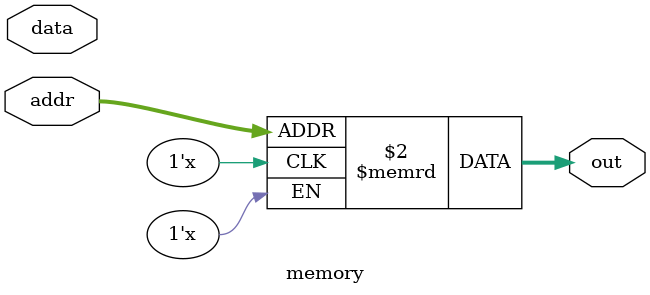
<source format=v>
module memory(input [7:0] addr, data, output reg [7:0] out);
  reg [7:0] mem [0:255];
  always @(*) out = mem[addr];
endmodule

</source>
